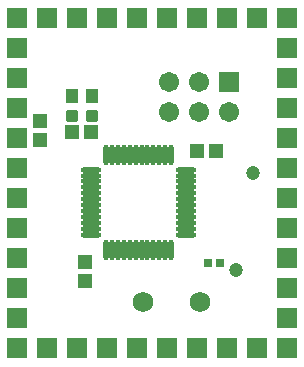
<source format=gts>
G04*
G04 #@! TF.GenerationSoftware,Altium Limited,Altium Designer,20.0.11 (256)*
G04*
G04 Layer_Color=8388736*
%FSLAX25Y25*%
%MOIN*%
G70*
G01*
G75*
%ADD23R,0.03162X0.02769*%
%ADD24R,0.04343X0.04737*%
%ADD25R,0.04737X0.04737*%
%ADD26R,0.04737X0.04737*%
%ADD27O,0.01784X0.06902*%
%ADD28O,0.06902X0.01784*%
G04:AMPARAMS|DCode=29|XSize=39.5mil|YSize=39.5mil|CornerRadius=7.94mil|HoleSize=0mil|Usage=FLASHONLY|Rotation=180.000|XOffset=0mil|YOffset=0mil|HoleType=Round|Shape=RoundedRectangle|*
%AMROUNDEDRECTD29*
21,1,0.03950,0.02362,0,0,180.0*
21,1,0.02362,0.03950,0,0,180.0*
1,1,0.01587,-0.01181,0.01181*
1,1,0.01587,0.01181,0.01181*
1,1,0.01587,0.01181,-0.01181*
1,1,0.01587,-0.01181,-0.01181*
%
%ADD29ROUNDEDRECTD29*%
%ADD30C,0.04737*%
%ADD31R,0.06706X0.06706*%
%ADD32R,0.06706X0.06706*%
%ADD33C,0.06800*%
%ADD34C,0.06706*%
D23*
X63532Y28500D02*
D03*
X67469D02*
D03*
D24*
X24847Y84000D02*
D03*
X18154D02*
D03*
D25*
X7500Y75650D02*
D03*
Y69350D02*
D03*
X22500Y28650D02*
D03*
Y22350D02*
D03*
D26*
X24567Y72185D02*
D03*
X18268D02*
D03*
X66067Y65685D02*
D03*
X59768D02*
D03*
D27*
X29591Y32839D02*
D03*
X31559D02*
D03*
X33528D02*
D03*
X35496D02*
D03*
X37465D02*
D03*
X39433D02*
D03*
X41402D02*
D03*
X43370D02*
D03*
X45339D02*
D03*
X47307D02*
D03*
X49276D02*
D03*
X51244D02*
D03*
Y64531D02*
D03*
X49276D02*
D03*
X47307D02*
D03*
X45339D02*
D03*
X43370D02*
D03*
X41402D02*
D03*
X39433D02*
D03*
X37465D02*
D03*
X35496D02*
D03*
X33528D02*
D03*
X31559D02*
D03*
X29591D02*
D03*
D28*
X56264Y37858D02*
D03*
Y39827D02*
D03*
Y41795D02*
D03*
Y43764D02*
D03*
Y45732D02*
D03*
Y47701D02*
D03*
Y49669D02*
D03*
Y51638D02*
D03*
Y53606D02*
D03*
Y55575D02*
D03*
Y57543D02*
D03*
Y59512D02*
D03*
X24571D02*
D03*
Y57543D02*
D03*
Y55575D02*
D03*
Y53606D02*
D03*
Y51638D02*
D03*
Y49669D02*
D03*
Y47701D02*
D03*
Y45732D02*
D03*
Y43764D02*
D03*
Y41795D02*
D03*
Y39827D02*
D03*
Y37858D02*
D03*
D29*
X18154Y77500D02*
D03*
X24847D02*
D03*
D30*
X78500Y58500D02*
D03*
X73000Y26000D02*
D03*
D31*
X0Y110000D02*
D03*
X20000Y0D02*
D03*
X0Y70000D02*
D03*
X30000Y0D02*
D03*
X50000D02*
D03*
X70000Y110000D02*
D03*
X80000D02*
D03*
X90000D02*
D03*
Y90000D02*
D03*
Y80000D02*
D03*
X10000Y0D02*
D03*
X0D02*
D03*
Y10000D02*
D03*
Y20000D02*
D03*
Y40000D02*
D03*
Y50000D02*
D03*
X90000Y70000D02*
D03*
Y60000D02*
D03*
Y50000D02*
D03*
X70417Y88685D02*
D03*
D32*
X60000Y110000D02*
D03*
X0Y30000D02*
D03*
X40000Y0D02*
D03*
X0Y60000D02*
D03*
X10000Y110000D02*
D03*
X20000D02*
D03*
X30000D02*
D03*
X40000D02*
D03*
X50000D02*
D03*
X90000Y40000D02*
D03*
Y30000D02*
D03*
Y20000D02*
D03*
Y10000D02*
D03*
Y0D02*
D03*
X80000D02*
D03*
X70000D02*
D03*
X60000D02*
D03*
X0Y80000D02*
D03*
Y90000D02*
D03*
Y100000D02*
D03*
X90000D02*
D03*
D33*
X61000Y15500D02*
D03*
X42000D02*
D03*
D34*
X70417Y78685D02*
D03*
X60417Y88685D02*
D03*
Y78685D02*
D03*
X50417Y88685D02*
D03*
Y78685D02*
D03*
M02*

</source>
